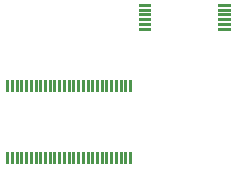
<source format=gbr>
G04 #@! TF.GenerationSoftware,KiCad,Pcbnew,(5.1.5)-3*
G04 #@! TF.CreationDate,2020-10-07T11:53:22+09:00*
G04 #@! TF.ProjectId,Flex Cable,466c6578-2043-4616-926c-652e6b696361,rev?*
G04 #@! TF.SameCoordinates,Original*
G04 #@! TF.FileFunction,Soldermask,Bot*
G04 #@! TF.FilePolarity,Negative*
%FSLAX46Y46*%
G04 Gerber Fmt 4.6, Leading zero omitted, Abs format (unit mm)*
G04 Created by KiCad (PCBNEW (5.1.5)-3) date 2020-10-07 11:53:22*
%MOMM*%
%LPD*%
G04 APERTURE LIST*
%ADD10C,0.100000*%
G04 APERTURE END LIST*
D10*
G36*
X135419400Y-103427280D02*
G01*
X135168600Y-103427280D01*
X135168600Y-102376480D01*
X135419400Y-102376480D01*
X135419400Y-103427280D01*
G37*
G36*
X130219400Y-103427280D02*
G01*
X129968600Y-103427280D01*
X129968600Y-102376480D01*
X130219400Y-102376480D01*
X130219400Y-103427280D01*
G37*
G36*
X139819400Y-103427280D02*
G01*
X139568600Y-103427280D01*
X139568600Y-102376480D01*
X139819400Y-102376480D01*
X139819400Y-103427280D01*
G37*
G36*
X140619400Y-103427280D02*
G01*
X140368600Y-103427280D01*
X140368600Y-102376480D01*
X140619400Y-102376480D01*
X140619400Y-103427280D01*
G37*
G36*
X139019400Y-103427280D02*
G01*
X138768600Y-103427280D01*
X138768600Y-102376480D01*
X139019400Y-102376480D01*
X139019400Y-103427280D01*
G37*
G36*
X138219400Y-103427280D02*
G01*
X137968600Y-103427280D01*
X137968600Y-102376480D01*
X138219400Y-102376480D01*
X138219400Y-103427280D01*
G37*
G36*
X139419400Y-103427280D02*
G01*
X139168600Y-103427280D01*
X139168600Y-102376480D01*
X139419400Y-102376480D01*
X139419400Y-103427280D01*
G37*
G36*
X137819400Y-103427280D02*
G01*
X137568600Y-103427280D01*
X137568600Y-102376480D01*
X137819400Y-102376480D01*
X137819400Y-103427280D01*
G37*
G36*
X137419400Y-103427280D02*
G01*
X137168600Y-103427280D01*
X137168600Y-102376480D01*
X137419400Y-102376480D01*
X137419400Y-103427280D01*
G37*
G36*
X137019400Y-103427280D02*
G01*
X136768600Y-103427280D01*
X136768600Y-102376480D01*
X137019400Y-102376480D01*
X137019400Y-103427280D01*
G37*
G36*
X136619400Y-103427280D02*
G01*
X136368600Y-103427280D01*
X136368600Y-102376480D01*
X136619400Y-102376480D01*
X136619400Y-103427280D01*
G37*
G36*
X136219400Y-103427280D02*
G01*
X135968600Y-103427280D01*
X135968600Y-102376480D01*
X136219400Y-102376480D01*
X136219400Y-103427280D01*
G37*
G36*
X135819400Y-103427280D02*
G01*
X135568600Y-103427280D01*
X135568600Y-102376480D01*
X135819400Y-102376480D01*
X135819400Y-103427280D01*
G37*
G36*
X138619400Y-103427280D02*
G01*
X138368600Y-103427280D01*
X138368600Y-102376480D01*
X138619400Y-102376480D01*
X138619400Y-103427280D01*
G37*
G36*
X130619400Y-103427280D02*
G01*
X130368600Y-103427280D01*
X130368600Y-102376480D01*
X130619400Y-102376480D01*
X130619400Y-103427280D01*
G37*
G36*
X140219400Y-103427280D02*
G01*
X139968600Y-103427280D01*
X139968600Y-102376480D01*
X140219400Y-102376480D01*
X140219400Y-103427280D01*
G37*
G36*
X135019400Y-103427280D02*
G01*
X134768600Y-103427280D01*
X134768600Y-102376480D01*
X135019400Y-102376480D01*
X135019400Y-103427280D01*
G37*
G36*
X134619400Y-103427280D02*
G01*
X134368600Y-103427280D01*
X134368600Y-102376480D01*
X134619400Y-102376480D01*
X134619400Y-103427280D01*
G37*
G36*
X134219400Y-103427280D02*
G01*
X133968600Y-103427280D01*
X133968600Y-102376480D01*
X134219400Y-102376480D01*
X134219400Y-103427280D01*
G37*
G36*
X133819400Y-103427280D02*
G01*
X133568600Y-103427280D01*
X133568600Y-102376480D01*
X133819400Y-102376480D01*
X133819400Y-103427280D01*
G37*
G36*
X133419400Y-103427280D02*
G01*
X133168600Y-103427280D01*
X133168600Y-102376480D01*
X133419400Y-102376480D01*
X133419400Y-103427280D01*
G37*
G36*
X133019400Y-103427280D02*
G01*
X132768600Y-103427280D01*
X132768600Y-102376480D01*
X133019400Y-102376480D01*
X133019400Y-103427280D01*
G37*
G36*
X132619400Y-103427280D02*
G01*
X132368600Y-103427280D01*
X132368600Y-102376480D01*
X132619400Y-102376480D01*
X132619400Y-103427280D01*
G37*
G36*
X132219400Y-103427280D02*
G01*
X131968600Y-103427280D01*
X131968600Y-102376480D01*
X132219400Y-102376480D01*
X132219400Y-103427280D01*
G37*
G36*
X131819400Y-103427280D02*
G01*
X131568600Y-103427280D01*
X131568600Y-102376480D01*
X131819400Y-102376480D01*
X131819400Y-103427280D01*
G37*
G36*
X131419400Y-103427280D02*
G01*
X131168600Y-103427280D01*
X131168600Y-102376480D01*
X131419400Y-102376480D01*
X131419400Y-103427280D01*
G37*
G36*
X131019400Y-103427280D02*
G01*
X130768600Y-103427280D01*
X130768600Y-102376480D01*
X131019400Y-102376480D01*
X131019400Y-103427280D01*
G37*
G36*
X130219400Y-97299400D02*
G01*
X129968600Y-97299400D01*
X129968600Y-96248600D01*
X130219400Y-96248600D01*
X130219400Y-97299400D01*
G37*
G36*
X140619400Y-97299400D02*
G01*
X140368600Y-97299400D01*
X140368600Y-96248600D01*
X140619400Y-96248600D01*
X140619400Y-97299400D01*
G37*
G36*
X135819400Y-97299400D02*
G01*
X135568600Y-97299400D01*
X135568600Y-96248600D01*
X135819400Y-96248600D01*
X135819400Y-97299400D01*
G37*
G36*
X136219400Y-97299400D02*
G01*
X135968600Y-97299400D01*
X135968600Y-96248600D01*
X136219400Y-96248600D01*
X136219400Y-97299400D01*
G37*
G36*
X136619400Y-97299400D02*
G01*
X136368600Y-97299400D01*
X136368600Y-96248600D01*
X136619400Y-96248600D01*
X136619400Y-97299400D01*
G37*
G36*
X137019400Y-97299400D02*
G01*
X136768600Y-97299400D01*
X136768600Y-96248600D01*
X137019400Y-96248600D01*
X137019400Y-97299400D01*
G37*
G36*
X137419400Y-97299400D02*
G01*
X137168600Y-97299400D01*
X137168600Y-96248600D01*
X137419400Y-96248600D01*
X137419400Y-97299400D01*
G37*
G36*
X133419400Y-97299400D02*
G01*
X133168600Y-97299400D01*
X133168600Y-96248600D01*
X133419400Y-96248600D01*
X133419400Y-97299400D01*
G37*
G36*
X137819400Y-97299400D02*
G01*
X137568600Y-97299400D01*
X137568600Y-96248600D01*
X137819400Y-96248600D01*
X137819400Y-97299400D01*
G37*
G36*
X139419400Y-97299400D02*
G01*
X139168600Y-97299400D01*
X139168600Y-96248600D01*
X139419400Y-96248600D01*
X139419400Y-97299400D01*
G37*
G36*
X138219400Y-97299400D02*
G01*
X137968600Y-97299400D01*
X137968600Y-96248600D01*
X138219400Y-96248600D01*
X138219400Y-97299400D01*
G37*
G36*
X139019400Y-97299400D02*
G01*
X138768600Y-97299400D01*
X138768600Y-96248600D01*
X139019400Y-96248600D01*
X139019400Y-97299400D01*
G37*
G36*
X139819400Y-97299400D02*
G01*
X139568600Y-97299400D01*
X139568600Y-96248600D01*
X139819400Y-96248600D01*
X139819400Y-97299400D01*
G37*
G36*
X140219400Y-97299400D02*
G01*
X139968600Y-97299400D01*
X139968600Y-96248600D01*
X140219400Y-96248600D01*
X140219400Y-97299400D01*
G37*
G36*
X131019400Y-97299400D02*
G01*
X130768600Y-97299400D01*
X130768600Y-96248600D01*
X131019400Y-96248600D01*
X131019400Y-97299400D01*
G37*
G36*
X135419400Y-97299400D02*
G01*
X135168600Y-97299400D01*
X135168600Y-96248600D01*
X135419400Y-96248600D01*
X135419400Y-97299400D01*
G37*
G36*
X135019400Y-97299400D02*
G01*
X134768600Y-97299400D01*
X134768600Y-96248600D01*
X135019400Y-96248600D01*
X135019400Y-97299400D01*
G37*
G36*
X138619400Y-97299400D02*
G01*
X138368600Y-97299400D01*
X138368600Y-96248600D01*
X138619400Y-96248600D01*
X138619400Y-97299400D01*
G37*
G36*
X134619400Y-97299400D02*
G01*
X134368600Y-97299400D01*
X134368600Y-96248600D01*
X134619400Y-96248600D01*
X134619400Y-97299400D01*
G37*
G36*
X134219400Y-97299400D02*
G01*
X133968600Y-97299400D01*
X133968600Y-96248600D01*
X134219400Y-96248600D01*
X134219400Y-97299400D01*
G37*
G36*
X133819400Y-97299400D02*
G01*
X133568600Y-97299400D01*
X133568600Y-96248600D01*
X133819400Y-96248600D01*
X133819400Y-97299400D01*
G37*
G36*
X132619400Y-97299400D02*
G01*
X132368600Y-97299400D01*
X132368600Y-96248600D01*
X132619400Y-96248600D01*
X132619400Y-97299400D01*
G37*
G36*
X132219400Y-97299400D02*
G01*
X131968600Y-97299400D01*
X131968600Y-96248600D01*
X132219400Y-96248600D01*
X132219400Y-97299400D01*
G37*
G36*
X131819400Y-97299400D02*
G01*
X131568600Y-97299400D01*
X131568600Y-96248600D01*
X131819400Y-96248600D01*
X131819400Y-97299400D01*
G37*
G36*
X131419400Y-97299400D02*
G01*
X131168600Y-97299400D01*
X131168600Y-96248600D01*
X131419400Y-96248600D01*
X131419400Y-97299400D01*
G37*
G36*
X130619400Y-97299400D02*
G01*
X130368600Y-97299400D01*
X130368600Y-96248600D01*
X130619400Y-96248600D01*
X130619400Y-97299400D01*
G37*
G36*
X133019400Y-97299400D02*
G01*
X132768600Y-97299400D01*
X132768600Y-96248600D01*
X133019400Y-96248600D01*
X133019400Y-97299400D01*
G37*
G36*
X148985860Y-92098800D02*
G01*
X147935060Y-92098800D01*
X147935060Y-91848000D01*
X148985860Y-91848000D01*
X148985860Y-92098800D01*
G37*
G36*
X142244700Y-92097480D02*
G01*
X141193900Y-92097480D01*
X141193900Y-91846680D01*
X142244700Y-91846680D01*
X142244700Y-92097480D01*
G37*
G36*
X148985860Y-91698800D02*
G01*
X147935060Y-91698800D01*
X147935060Y-91448000D01*
X148985860Y-91448000D01*
X148985860Y-91698800D01*
G37*
G36*
X142244700Y-91697480D02*
G01*
X141193900Y-91697480D01*
X141193900Y-91446680D01*
X142244700Y-91446680D01*
X142244700Y-91697480D01*
G37*
G36*
X148985860Y-91298800D02*
G01*
X147935060Y-91298800D01*
X147935060Y-91048000D01*
X148985860Y-91048000D01*
X148985860Y-91298800D01*
G37*
G36*
X142244700Y-91297480D02*
G01*
X141193900Y-91297480D01*
X141193900Y-91046680D01*
X142244700Y-91046680D01*
X142244700Y-91297480D01*
G37*
G36*
X148985860Y-90898800D02*
G01*
X147935060Y-90898800D01*
X147935060Y-90648000D01*
X148985860Y-90648000D01*
X148985860Y-90898800D01*
G37*
G36*
X142244700Y-90897480D02*
G01*
X141193900Y-90897480D01*
X141193900Y-90646680D01*
X142244700Y-90646680D01*
X142244700Y-90897480D01*
G37*
G36*
X148985860Y-90498800D02*
G01*
X147935060Y-90498800D01*
X147935060Y-90248000D01*
X148985860Y-90248000D01*
X148985860Y-90498800D01*
G37*
G36*
X142244700Y-90497480D02*
G01*
X141193900Y-90497480D01*
X141193900Y-90246680D01*
X142244700Y-90246680D01*
X142244700Y-90497480D01*
G37*
G36*
X148985860Y-90098800D02*
G01*
X147935060Y-90098800D01*
X147935060Y-89848000D01*
X148985860Y-89848000D01*
X148985860Y-90098800D01*
G37*
G36*
X142244700Y-90097480D02*
G01*
X141193900Y-90097480D01*
X141193900Y-89846680D01*
X142244700Y-89846680D01*
X142244700Y-90097480D01*
G37*
M02*

</source>
